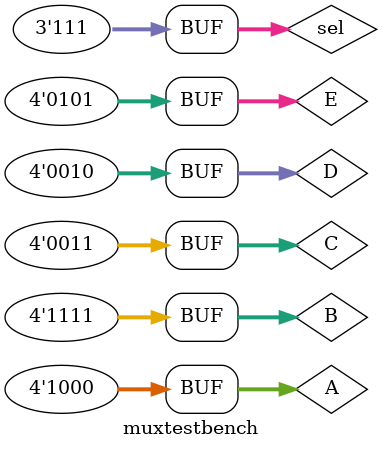
<source format=sv>
`timescale 1ns / 1ps
module muxtestbench();
    logic [3:0]A,B,C,D,E,out;
    logic [2:0]sel;
    /*
    mux_4_1 DUT(
        .A (A),
        .B (B),
        .C (C),
        .D (D),
        .out(out),
        .sel(sel)
    );*/

    mux_5_1 DUT(
        .A (A),
        .B (B),
        .C (C),
        .D (D),
        .E (E),
        .out(out),
        .sel(sel)
    );
initial begin
    A = 4'b1000;
    B = 4'b1111;
    C = 4'b0011;
    D = 4'b0010;
    E = 4'b0101;
    sel = 3'b000;
    #5
    sel = 3'b001;
    #5
    sel = 3'b010;
    #5
    sel = 3'b011;
    #5
    sel = 3'b100;
    #5
    sel = 3'b111;

end
endmodule
</source>
